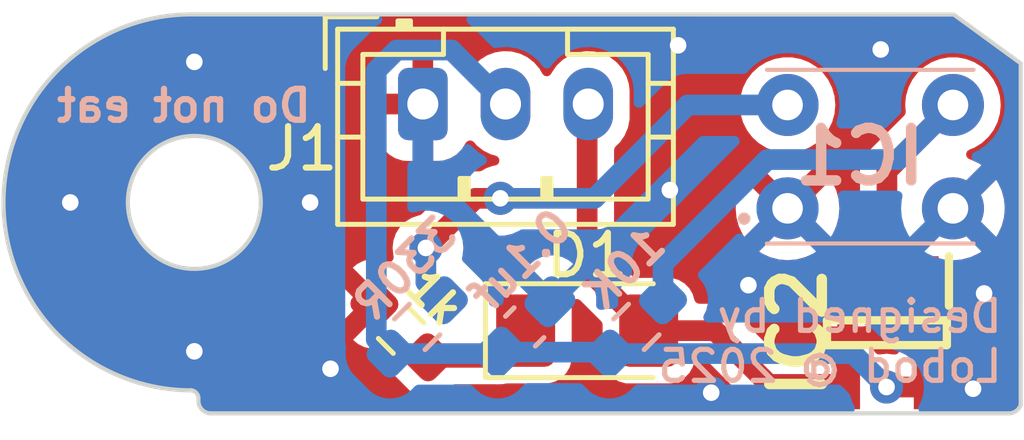
<source format=kicad_pcb>
(kicad_pcb (version 20221018) (generator pcbnew)
  (layers (0 "F.Cu" signal) (31 "B.Cu" signal) (34 "B.Paste" user) (35 "F.Paste" user) (36 "B.SilkS" user "B.Silkscreen") (37 "F.SilkS" user "F.Silkscreen") (38 "B.Mask" user) (39 "F.Mask" user) (44 "Edge.Cuts" user))
  (net 0 "")
  (net 1 "/SIG")
  (net 2 "GND")
  (net 3 "+5V")
  (net 4 "Net-(D1-K)")
  (net 5 "Net-(IC1-A)")
  (net 6 "Net-(IC1-C)")
  (footprint "LED_SMD:LED_1206_3216Metric_Pad1.42x1.75mm_HandSolder" (layer "F.Cu") (at 124 85.5)
    (fp_text reference "D1" (at 0 -1.82) (layer "F.SilkS"))
    (fp_text value "LED")
    (fp_line (start -2.46 -1.135) (end -2.46 1.135) (stroke (width 0.12)) (layer "F.SilkS"))
    (fp_line (start -2.46 1.135) (end 1.6 1.135) (stroke (width 0.12)) (layer "F.SilkS"))
    (fp_line (start 1.6 -1.135) (end -2.46 -1.135) (stroke (width 0.12)) (layer "F.SilkS"))
    (pad "1" smd roundrect (at -1.4875 0) (size 1.425 1.75) (layers "F.Cu" "F.Paste" "F.Mask") (roundrect_rratio 0.1754392982) (net 4 "Net-(D1-K)"))
    (pad "2" smd roundrect (at 1.4875 0) (size 1.425 1.75) (layers "F.Cu" "F.Paste" "F.Mask") (roundrect_rratio 0.1754392982) (net 1 "/SIG"))
  )
  (footprint "Connector_JST:JST_PH_B3B-PH-K_1x03_P2.00mm_Vertical" (layer "F.Cu") (at 120.025697 80.019361)
    (fp_text reference "J1" (at -2.925697 1.080639) (layer "F.SilkS"))
    (fp_text value "Conn_01x03")
    (fp_line (start -2.36 -2.11) (end -2.36 -0.86) (stroke (width 0.12)) (layer "F.SilkS"))
    (fp_line (start -2.06 -1.81) (end -2.06 2.91) (stroke (width 0.12)) (layer "F.SilkS"))
    (fp_line (start -2.06 -0.5) (end -1.45 -0.5) (stroke (width 0.12)) (layer "F.SilkS"))
    (fp_line (start -2.06 0.8) (end -1.45 0.8) (stroke (width 0.12)) (layer "F.SilkS"))
    (fp_line (start -2.06 2.91) (end 6.06 2.91) (stroke (width 0.12)) (layer "F.SilkS"))
    (fp_line (start -1.45 -1.2) (end -1.45 2.3) (stroke (width 0.12)) (layer "F.SilkS"))
    (fp_line (start -1.45 2.3) (end 5.45 2.3) (stroke (width 0.12)) (layer "F.SilkS"))
    (fp_line (start -1.11 -2.11) (end -2.36 -2.11) (stroke (width 0.12)) (layer "F.SilkS"))
    (fp_line (start -0.6 -2.01) (end -0.6 -1.81) (stroke (width 0.12)) (layer "F.SilkS"))
    (fp_line (start -0.3 -2.01) (end -0.6 -2.01) (stroke (width 0.12)) (layer "F.SilkS"))
    (fp_line (start -0.3 -1.91) (end -0.6 -1.91) (stroke (width 0.12)) (layer "F.SilkS"))
    (fp_line (start -0.3 -1.81) (end -0.3 -2.01) (stroke (width 0.12)) (layer "F.SilkS"))
    (fp_line (start 0.5 -1.81) (end 0.5 -1.2) (stroke (width 0.12)) (layer "F.SilkS"))
    (fp_line (start 0.5 -1.2) (end -1.45 -1.2) (stroke (width 0.12)) (layer "F.SilkS"))
    (fp_line (start 0.9 1.8) (end 1.1 1.8) (stroke (width 0.12)) (layer "F.SilkS"))
    (fp_line (start 0.9 2.3) (end 0.9 1.8) (stroke (width 0.12)) (layer "F.SilkS"))
    (fp_line (start 1 2.3) (end 1 1.8) (stroke (width 0.12)) (layer "F.SilkS"))
    (fp_line (start 1.1 1.8) (end 1.1 2.3) (stroke (width 0.12)) (layer "F.SilkS"))
    (fp_line (start 2.9 1.8) (end 3.1 1.8) (stroke (width 0.12)) (layer "F.SilkS"))
    (fp_line (start 2.9 2.3) (end 2.9 1.8) (stroke (width 0.12)) (layer "F.SilkS"))
    (fp_line (start 3 2.3) (end 3 1.8) (stroke (width 0.12)) (layer "F.SilkS"))
    (fp_line (start 3.1 1.8) (end 3.1 2.3) (stroke (width 0.12)) (layer "F.SilkS"))
    (fp_line (start 3.5 -1.2) (end 3.5 -1.81) (stroke (width 0.12)) (layer "F.SilkS"))
    (fp_line (start 5.45 -1.2) (end 3.5 -1.2) (stroke (width 0.12)) (layer "F.SilkS"))
    (fp_line (start 5.45 2.3) (end 5.45 -1.2) (stroke (width 0.12)) (layer "F.SilkS"))
    (fp_line (start 6.06 -1.81) (end -2.06 -1.81) (stroke (width 0.12)) (layer "F.SilkS"))
    (fp_line (start 6.06 -0.5) (end 5.45 -0.5) (stroke (width 0.12)) (layer "F.SilkS"))
    (fp_line (start 6.06 0.8) (end 5.45 0.8) (stroke (width 0.12)) (layer "F.SilkS"))
    (fp_line (start 6.06 2.91) (end 6.06 -1.81) (stroke (width 0.12)) (layer "F.SilkS"))
    (pad "1" thru_hole roundrect (at 0 0) (size 1.2 1.75) (drill 0.75) (layers "*.Cu" "*.Mask") (roundrect_rratio 0.2083333333) (net 2 "GND"))
    (pad "2" thru_hole oval (at 2 0) (size 1.2 1.75) (drill 0.75) (layers "*.Cu" "*.Mask") (net 3 "+5V"))
    (pad "3" thru_hole oval (at 4 0) (size 1.2 1.75) (drill 0.75) (layers "*.Cu" "*.Mask") (net 1 "/SIG"))
  )
  (footprint "SamacSys_Parts:SOT95P280X145-5N" (layer "F.Cu") (at 131.25 85.55 -90)
    (fp_text reference "IC2" (at 0 2.15 -90) (layer "F.SilkS") (effects (font (size 1.27 1.27) (thickness 0.254))))
    (fp_text value "SN74LVC1G14DBVR" hide)
    (fp_line (start -1.85 -1.5) (end -0.65 -1.5) (stroke (width 0.2)) (layer "F.SilkS"))
    (fp_line (start -0.3 -1.45) (end 0.3 -1.45) (stroke (width 0.2)) (layer "F.SilkS"))
    (fp_line (start -0.3 1.45) (end -0.3 -1.45) (stroke (width 0.2)) (layer "F.SilkS"))
    (fp_line (start 0.3 -1.45) (end 0.3 1.45) (stroke (width 0.2)) (layer "F.SilkS"))
    (fp_line (start 0.3 1.45) (end -0.3 1.45) (stroke (width 0.2)) (layer "F.SilkS"))
    (pad "1" smd rect (at -1.25 -0.95) (size 0.6 1.2) (layers "F.Cu" "F.Paste" "F.Mask"))
    (pad "2" smd rect (at -1.25 0) (size 0.6 1.2) (layers "F.Cu" "F.Paste" "F.Mask") (net 6 "Net-(IC1-C)"))
    (pad "3" smd rect (at -1.25 0.95) (size 0.6 1.2) (layers "F.Cu" "F.Paste" "F.Mask") (net 2 "GND"))
    (pad "4" smd rect (at 1.25 0.95) (size 0.6 1.2) (layers "F.Cu" "F.Paste" "F.Mask") (net 1 "/SIG"))
    (pad "5" smd rect (at 1.25 -0.95) (size 0.6 1.2) (layers "F.Cu" "F.Paste" "F.Mask") (net 3 "+5V"))
  )
  (footprint "Resistor_SMD:R_0603_1608Metric_Pad0.98x0.95mm_HandSolder" (layer "F.Cu") (at 119.5 85.5 135)
    (fp_text reference "R2" hide)
    (fp_text value "1k" (at 0 1.131371 315) (layer "F.SilkS") (effects (font (size 0.75 0.75))))
    (fp_line (start -0.254724 -0.5225) (end 0.254724 -0.5225) (stroke (width 0.12)) (layer "F.SilkS"))
    (fp_line (start -0.254724 0.5225) (end 0.254724 0.5225) (stroke (width 0.12)) (layer "F.SilkS"))
    (pad "1" smd roundrect (at -0.9125 0 135) (size 0.975 0.95) (layers "F.Cu" "F.Paste" "F.Mask") (net 4 "Net-(D1-K)"))
    (pad "2" smd roundrect (at 0.9125 0 135) (size 0.975 0.95) (layers "F.Cu" "F.Paste" "F.Mask") (net 2 "GND"))
  )
  (footprint "SamacSys_Parts:EESX1103" (layer "B.Cu") (at 128.846529 82.54204 180)
    (fp_text reference "IC1" (at -1.75 1.25) (layer "B.SilkS") (effects (font (size 1.27 1.27) (thickness 0.254)) (justify mirror)))
    (fp_text value "EE-SX1103" hide)
    (fp_line (start -4.5 -0.85) (end 0.5 -0.85) (stroke (width 0.1)) (layer "B.SilkS"))
    (fp_line (start -4.5 3.35) (end 0.5 3.35) (stroke (width 0.1)) (layer "B.SilkS"))
    (fp_line (start 1 -0.25) (end 1 -0.25) (stroke (width 0.2)) (layer "B.SilkS"))
    (fp_line (start 1.1 -0.25) (end 1.1 -0.25) (stroke (width 0.2)) (layer "B.SilkS"))
    (fp_arc (start 1 -0.25) (mid 1.05 -0.3) (end 1.1 -0.25) (stroke (width 0.2)) (layer "B.SilkS"))
    (fp_arc (start 1.1 -0.25) (mid 1.05 -0.2) (end 1 -0.25) (stroke (width 0.2)) (layer "B.SilkS"))
    (pad "1" thru_hole circle (at 0 0 180) (size 1.5 1.5) (drill 0.74) (layers "*.Cu" "*.Mask") (net 2 "GND"))
    (pad "2" thru_hole circle (at 0 2.5 180) (size 1.5 1.5) (drill 0.74) (layers "*.Cu" "*.Mask") (net 5 "Net-(IC1-A)"))
    (pad "3" thru_hole circle (at -4 2.5 180) (size 1.5 1.5) (drill 0.74) (layers "*.Cu" "*.Mask") (net 6 "Net-(IC1-C)"))
    (pad "4" thru_hole circle (at -4 0 180) (size 1.5 1.5) (drill 0.74) (layers "*.Cu" "*.Mask") (net 2 "GND"))
  )
  (footprint "Capacitor_SMD:C_0603_1608Metric_Pad1.08x0.95mm_HandSolder" (layer "B.Cu") (at 122.49012 85.40988 45)
    (fp_text reference "C2" hide)
    (fp_text value "0.1uf" (at 1.074633 -1.202082 45) (layer "B.SilkS") (effects (font (size 0.75 0.75)) (justify mirror)))
    (fp_line (start -0.146267 -0.51) (end 0.146267 -0.51) (stroke (width 0.12)) (layer "B.SilkS"))
    (fp_line (start -0.146267 0.51) (end 0.146267 0.51) (stroke (width 0.12)) (layer "B.SilkS"))
    (pad "1" smd roundrect (at -0.8625 0 45) (size 1.075 0.95) (layers "B.Cu" "B.Paste" "B.Mask") (net 3 "+5V"))
    (pad "2" smd roundrect (at 0.8625 0 45) (size 1.075 0.95) (layers "B.Cu" "B.Paste" "B.Mask") (net 2 "GND"))
  )
  (footprint "Resistor_SMD:R_0603_1608Metric_Pad0.98x0.95mm_HandSolder" (layer "B.Cu") (at 125.19012 85.40988 -135)
    (fp_text reference "R1" hide)
    (fp_text value "10K" (at -0.79179 1.202082 45) (layer "B.SilkS") (effects (font (size 0.75 0.75)) (justify mirror)))
    (fp_line (start -0.254724 -0.5225) (end 0.254724 -0.5225) (stroke (width 0.12)) (layer "B.SilkS"))
    (fp_line (start -0.254724 0.5225) (end 0.254724 0.5225) (stroke (width 0.12)) (layer "B.SilkS"))
    (pad "1" smd roundrect (at -0.9125 0 225) (size 0.975 0.95) (layers "B.Cu" "B.Paste" "B.Mask") (net 6 "Net-(IC1-C)"))
    (pad "2" smd roundrect (at 0.9125 0 225) (size 0.975 0.95) (layers "B.Cu" "B.Paste" "B.Mask") (net 3 "+5V"))
  )
  (footprint "Resistor_SMD:R_0603_1608Metric_Pad0.98x0.95mm_HandSolder" (layer "B.Cu") (at 119.89012 85.40988 45)
    (fp_text reference "R3" hide)
    (fp_text value "330R" (at 0.79179 -1.202082 45) (layer "B.SilkS") (effects (font (size 0.75 0.75)) (justify mirror)))
    (fp_line (start -0.254724 -0.5225) (end 0.254724 -0.5225) (stroke (width 0.12)) (layer "B.SilkS"))
    (fp_line (start -0.254724 0.5225) (end 0.254724 0.5225) (stroke (width 0.12)) (layer "B.SilkS"))
    (pad "1" smd roundrect (at -0.9125 0 45) (size 0.975 0.95) (layers "B.Cu" "B.Paste" "B.Mask") (net 3 "+5V"))
    (pad "2" smd roundrect (at 0.9125 0 45) (size 0.975 0.95) (layers "B.Cu" "B.Paste" "B.Mask") (net 5 "Net-(IC1-A)"))
  )
  (gr_arc (start 114.403651 86.940148) (mid 114.542731 87) (end 114.600034 87.140149) (stroke (width 0.1)) (layer "Edge.Cuts"))
  (gr_circle (center 114.5 82.398332) (end 115.990973 83) (stroke (width 0.1)) (fill none) (layer "Edge.Cuts"))
  (gr_line (start 132.866869 77.855519) (end 114.458742 77.852177) (stroke (width 0.1)) (layer "Edge.Cuts"))
  (gr_line (start 114.600034 87.140149) (end 114.6 87.2) (stroke (width 0.1)) (layer "Edge.Cuts"))
  (gr_arc (start 114.9 87.5) (mid 114.687868 87.412132) (end 114.6 87.2) (stroke (width 0.1)) (layer "Edge.Cuts"))
  (gr_line (start 114.9 87.5) (end 134.2 87.5) (stroke (width 0.1)) (layer "Edge.Cuts"))
  (gr_arc (start 134.484605 87.294868) (mid 134.375413 87.443372) (end 134.2 87.5) (stroke (width 0.1)) (layer "Edge.Cuts"))
  (gr_line (start 134.485104 79.034964) (end 132.866869 77.855519) (stroke (width 0.1)) (layer "Edge.Cuts"))
  (gr_arc (start 114.404007 86.943618) (mid 109.887 82.370539) (end 114.458742 77.852177) (stroke (width 0.1)) (layer "Edge.Cuts"))
  (gr_line (start 134.484605 87.294868) (end 134.485104 79.034964) (stroke (width 0.1)) (layer "Edge.Cuts"))
  (gr_text "Do not eat" (at 117.4 80.5) (layer "B.SilkS") (effects (font (size 0.75 0.75)) (justify left bottom mirror)))
  (gr_text "Designed by \nLobod @ 2025" (at 134.1 86.8) (layer "B.SilkS") (effects (font (size 0.75 0.75) (thickness 0.125)) (justify left bottom mirror)))
  (segment (start 124 80.045058) (end 124.025697 80.019361) (width 0.5) (layer "F.Cu") (net 1))
  (segment (start 127.0925 85.5) (end 125.4875 85.5) (width 0.5) (layer "F.Cu") (net 1))
  (segment (start 124 84.0125) (end 124 80.045058) (width 0.5) (layer "F.Cu") (net 1))
  (segment (start 130.3 86.8) (end 128.3925 86.8) (width 0.5) (layer "F.Cu") (net 1))
  (segment (start 128.3925 86.8) (end 127.0925 85.5) (width 0.5) (layer "F.Cu") (net 1))
  (segment (start 125.4875 85.5) (end 124 84.0125) (width 0.5) (layer "F.Cu") (net 1))
  (segment (start 132.846529 82.54204) (end 133.324571 83.020082) (width 0.5) (layer "F.Cu") (net 2))
  (segment (start 118.854765 84.854765) (end 118.854765 84.630984) (width 0.5) (layer "F.Cu") (net 2))
  (segment (start 130.155439 84.155439) (end 130.3 84.3) (width 0.5) (layer "F.Cu") (net 2))
  (via (at 131.1 78.7) (size 0.8) (drill 0.4) (layers "F.Cu" "B.Cu") (net 2))
  (via (at 127.9 84.4) (size 0.8) (drill 0.4) (layers "F.Cu" "B.Cu") (net 2))
  (via (at 117.3 82.4) (size 0.8) (drill 0.4) (layers "F.Cu" "B.Cu") (net 2))
  (via (at 114.5 86) (size 0.8) (drill 0.4) (layers "F.Cu" "B.Cu") (net 2))
  (via (at 126.2 78.6) (size 0.8) (drill 0.4) (layers "F.Cu" "B.Cu") (net 2))
  (via (at 117.793163 86.422005) (size 0.8) (drill 0.4) (layers "F.Cu" "B.Cu") (net 2))
  (via (at 111.5 82.4) (size 0.8) (drill 0.4) (layers "F.Cu" "B.Cu") (net 2))
  (via (at 114.5 79) (size 0.8) (drill 0.4) (layers "F.Cu" "B.Cu") (net 2))
  (via (at 133.333228 86.904456) (size 0.8) (drill 0.4) (layers "F.Cu" "B.Cu") (net 2))
  (via (at 127 87) (size 0.8) (drill 0.4) (layers "F.Cu" "B.Cu") (net 2))
  (via (at 126 82.1) (size 0.8) (drill 0.4) (layers "F.Cu" "B.Cu") (net 2))
  (via (at 133.6 84.6) (size 0.8) (drill 0.4) (layers "F.Cu" "B.Cu") (net 2))
  (segment (start 120.025697 80.019361) (end 120.025697 81.725697) (width 0.5) (layer "B.Cu") (net 2))
  (segment (start 120.025697 81.725697) (end 123.1 84.8) (width 0.5) (layer "B.Cu") (net 2))
  (segment (start 132.136563 86.863437) (end 132.2 86.8) (width 0.5) (layer "F.Cu") (net 3))
  (segment (start 131.241132 86.863437) (end 132.136563 86.863437) (width 0.5) (layer "F.Cu") (net 3))
  (via (at 131.241132 86.863437) (size 0.8) (drill 0.4) (layers "F.Cu" "B.Cu") (net 3))
  (segment (start 122.025697 80.025697) (end 122.025697 80.019361) (width 0.5) (layer "B.Cu") (net 3))
  (segment (start 124.50953 86.01976) (end 124.544885 86.055115) (width 0.5) (layer "B.Cu") (net 3))
  (segment (start 122.025697 80.019361) (end 120.720697 78.714361) (width 0.5) (layer "B.Cu") (net 3))
  (segment (start 118.9 79.208393) (end 118.9 85.71023) (width 0.5) (layer "B.Cu") (net 3))
  (segment (start 120.720697 78.714361) (end 119.394032 78.714361) (width 0.5) (layer "B.Cu") (net 3))
  (segment (start 121.88024 86.01976) (end 124.50953 86.01976) (width 0.5) (layer "B.Cu") (net 3))
  (segment (start 121.844885 86.055115) (end 121.88024 86.01976) (width 0.5) (layer "B.Cu") (net 3))
  (segment (start 118.9 85.71023) (end 119.244885 86.055115) (width 0.5) (layer "B.Cu") (net 3))
  (segment (start 130.43281 86.055115) (end 131.241132 86.863437) (width 0.5) (layer "B.Cu") (net 3))
  (segment (start 119.394032 78.714361) (end 118.9 79.208393) (width 0.5) (layer "B.Cu") (net 3))
  (segment (start 124.544885 86.055115) (end 130.43281 86.055115) (width 0.5) (layer "B.Cu") (net 3))
  (segment (start 119.244885 86.055115) (end 121.844885 86.055115) (width 0.5) (layer "B.Cu") (net 3))
  (segment (start 120.145235 86.145235) (end 121.867265 86.145235) (width 0.5) (layer "F.Cu") (net 4))
  (segment (start 121.867265 86.145235) (end 122.5125 85.5) (width 0.5) (layer "F.Cu") (net 4))
  (segment (start 121.3 82.3) (end 120.1 83.5) (width 0.5) (layer "F.Cu") (net 5))
  (segment (start 121.9 82.3) (end 121.3 82.3) (width 0.5) (layer "F.Cu") (net 5))
  (segment (start 128.846529 80.04204) (end 128.958015 80.04204) (width 0.5) (layer "F.Cu") (net 5))
  (via (at 121.9 82.3) (size 0.8) (drill 0.4) (layers "F.Cu" "B.Cu") (net 5))
  (via (at 120.1 83.5) (size 0.8) (drill 0.4) (layers "F.Cu" "B.Cu") (net 5))
  (segment (start 126.434087 80.04204) (end 124.176127 82.3) (width 0.5) (layer "B.Cu") (net 5))
  (segment (start 128.846529 80.04204) (end 126.434087 80.04204) (width 0.5) (layer "B.Cu") (net 5))
  (segment (start 120.1 83.5) (end 120.1 84.32929) (width 0.5) (layer "B.Cu") (net 5))
  (segment (start 124.176127 82.3) (end 121.9 82.3) (width 0.5) (layer "B.Cu") (net 5))
  (segment (start 120.1 84.32929) (end 120.535355 84.764645) (width 0.5) (layer "B.Cu") (net 5))
  (segment (start 131.25 81.638569) (end 132.846529 80.04204) (width 0.5) (layer "F.Cu") (net 6))
  (segment (start 131.25 84.3) (end 131.25 81.638569) (width 0.5) (layer "F.Cu") (net 6))
  (segment (start 128.357756 81.36204) (end 125.835355 83.884441) (width 0.5) (layer "B.Cu") (net 6))
  (segment (start 131.526529 81.36204) (end 128.357756 81.36204) (width 0.5) (layer "B.Cu") (net 6))
  (segment (start 125.835355 83.884441) (end 125.835355 84.764645) (width 0.5) (layer "B.Cu") (net 6))
  (segment (start 132.846529 80.04204) (end 131.526529 81.36204) (width 0.5) (layer "B.Cu") (net 6))
  (zone (net 2) (net_name "GND") (layer "F.Cu") (priority 1) (connect_pads (clearance 0.4)) (min_thickness 0.25) (fill yes (thermal_gap 0.5) (thermal_bridge_width 0.5))
    (polygon (pts (xy 134.484575 77.503353) (xy 109.8 77.7) (xy 109.8 87.5) (xy 134.5 87.5)))
  )
  (zone (net 2) (net_name "GND") (layer "B.Cu") (connect_pads (clearance 0.5)) (min_thickness 0.25) (fill yes (thermal_gap 0.5) (thermal_bridge_width 0.5))
    (polygon (pts (xy 134.574292 77.508495) (xy 109.9 77.7) (xy 109.8 87.5) (xy 134.5 87.5)))
  )
)
</source>
